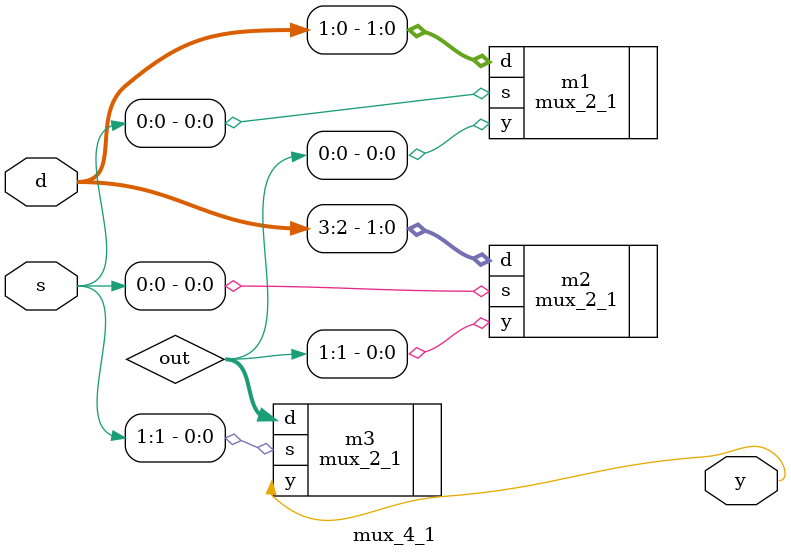
<source format=sv>

`timescale 1ns/10ps

module mux_4_1(d, s, y);		
	input logic [3:0] d;
	input logic [1:0] s;
	output logic y;
	
	logic [1:0] out;
	
	mux_2_1 m1 (.d(d[1:0]), .s(s[0]), .y(out[0]));
	mux_2_1 m2 (.d(d[3:2]), .s(s[0]), .y(out[1]));
	mux_2_1 m3 (.d(out), .s(s[1]), .y(y));
	
endmodule

</source>
